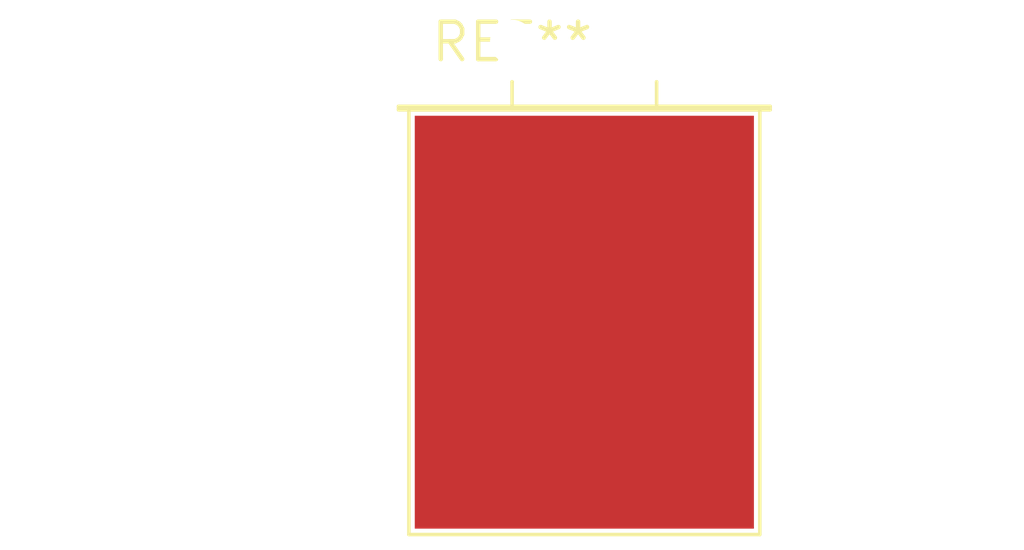
<source format=kicad_pcb>
(kicad_pcb (version 20240108) (generator pcbnew)
  (layers (0 "F.Cu" signal) (31 "B.Cu" signal) (34 "B.Paste" user) (35 "F.Paste" user) (36 "B.SilkS" user "B.Silkscreen") (37 "F.SilkS" user "F.Silkscreen") (38 "B.Mask" user) (39 "F.Mask" user) (44 "Edge.Cuts" user))
  (net 0 "")
  (footprint "Crystal_HC50_Horizontal_1EP_style1" (layer "F.Cu") (at 0 0)
    (property "Reference" "REF**")
    (property "Value" "Crystal_HC50_Horizontal_1EP_style1")
    (fp_line (start -3.85 2.18) (end 8.75 2.18) (layer "F.SilkS") (stroke (width 0.12)))
    (fp_line (start -3.85 2.3) (end -3.85 2.18) (layer "F.SilkS") (stroke (width 0.12)))
    (fp_line (start -3.5 2.3) (end -3.5 16.7) (layer "F.SilkS") (stroke (width 0.12)))
    (fp_line (start -3.5 16.7) (end 8.4 16.7) (layer "F.SilkS") (stroke (width 0.12)))
    (fp_line (start 0 1.35) (end 0 1.35) (layer "F.SilkS") (stroke (width 0.12)))
    (fp_line (start 0 2.3) (end 0 1.35) (layer "F.SilkS") (stroke (width 0.12)))
    (fp_line (start 4.9 1.35) (end 4.9 1.35) (layer "F.SilkS") (stroke (width 0.12)))
    (fp_line (start 4.9 2.3) (end 4.9 1.35) (layer "F.SilkS") (stroke (width 0.12)))
    (fp_line (start 8.4 2.3) (end -3.5 2.3) (layer "F.SilkS") (stroke (width 0.12)))
    (fp_line (start 8.4 16.7) (end 8.4 2.3) (layer "F.SilkS") (stroke (width 0.12)))
    (fp_line (start 8.75 2.18) (end 8.75 2.3) (layer "F.SilkS") (stroke (width 0.12)))
    (fp_line (start 8.75 2.3) (end -3.85 2.3) (layer "F.SilkS") (stroke (width 0.12)))
    (pad "1" thru_hole circle (at 0 0) (size 2.3 2.3) (drill 1.5) (layers *.Cu *.Mask) (remove_unused_layers))
    (pad "2" thru_hole circle (at 4.9 0) (size 2.3 2.3) (drill 1.5) (layers *.Cu *.Mask) (remove_unused_layers))
    (pad "3" smd rect (at 2.45 9.5) (size 11.5 14) (layers "F.Cu" "F.Paste" "F.Mask"))
  )
)
</source>
